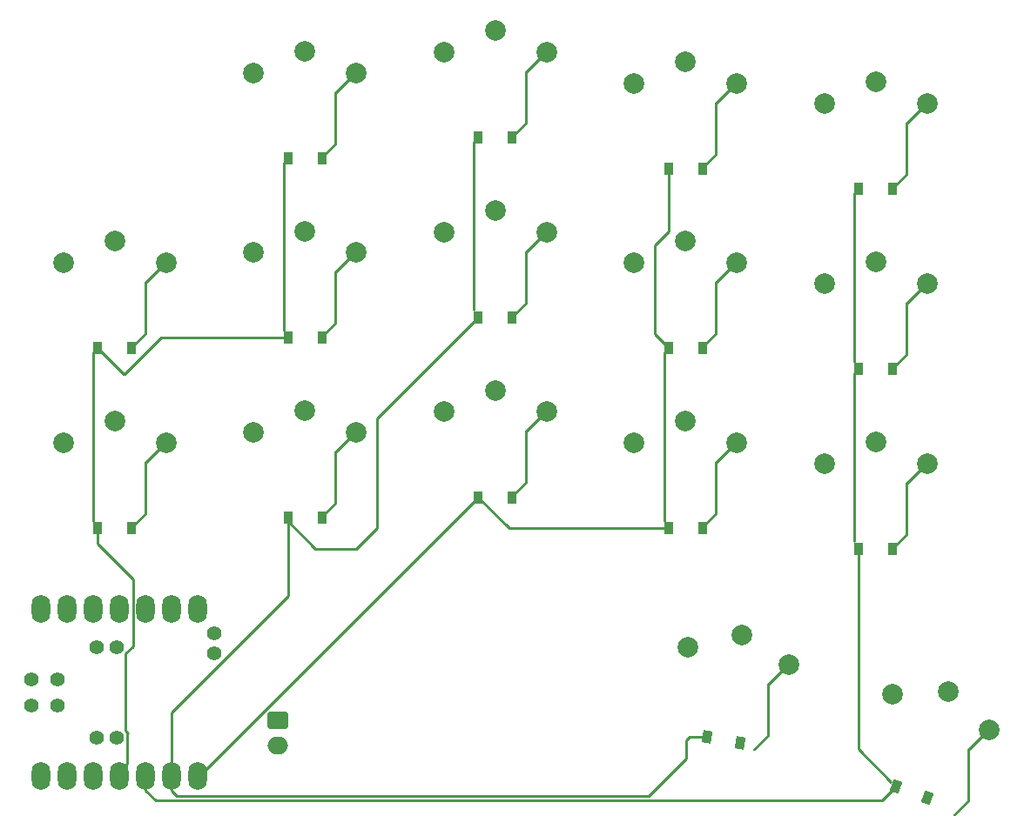
<source format=gbr>
%TF.GenerationSoftware,KiCad,Pcbnew,(6.0.7-1)-1*%
%TF.CreationDate,2022-10-31T22:34:26+08:00*%
%TF.ProjectId,kamao,6b616d61-6f2e-46b6-9963-61645f706362,rev?*%
%TF.SameCoordinates,Original*%
%TF.FileFunction,Copper,L1,Top*%
%TF.FilePolarity,Positive*%
%FSLAX46Y46*%
G04 Gerber Fmt 4.6, Leading zero omitted, Abs format (unit mm)*
G04 Created by KiCad (PCBNEW (6.0.7-1)-1) date 2022-10-31 22:34:26*
%MOMM*%
%LPD*%
G01*
G04 APERTURE LIST*
G04 Aperture macros list*
%AMRoundRect*
0 Rectangle with rounded corners*
0 $1 Rounding radius*
0 $2 $3 $4 $5 $6 $7 $8 $9 X,Y pos of 4 corners*
0 Add a 4 corners polygon primitive as box body*
4,1,4,$2,$3,$4,$5,$6,$7,$8,$9,$2,$3,0*
0 Add four circle primitives for the rounded corners*
1,1,$1+$1,$2,$3*
1,1,$1+$1,$4,$5*
1,1,$1+$1,$6,$7*
1,1,$1+$1,$8,$9*
0 Add four rect primitives between the rounded corners*
20,1,$1+$1,$2,$3,$4,$5,0*
20,1,$1+$1,$4,$5,$6,$7,0*
20,1,$1+$1,$6,$7,$8,$9,0*
20,1,$1+$1,$8,$9,$2,$3,0*%
%AMRotRect*
0 Rectangle, with rotation*
0 The origin of the aperture is its center*
0 $1 length*
0 $2 width*
0 $3 Rotation angle, in degrees counterclockwise*
0 Add horizontal line*
21,1,$1,$2,0,0,$3*%
%AMFreePoly0*
4,1,50,0.004851,0.125700,0.009301,0.126658,0.029410,0.119120,0.057435,0.111610,0.063500,0.109985,0.069329,0.104156,0.076254,0.101560,0.089017,0.084468,0.109985,0.063500,0.112957,0.052407,0.119035,0.044268,0.120434,0.024505,0.127000,0.000000,0.123179,-0.014260,0.124085,-0.027055,0.115579,-0.042624,0.109985,-0.063500,0.097173,-0.076312,0.089802,-0.089803,-1.873000,-2.052606,
-1.873000,-6.950000,-1.876246,-6.972385,-1.875915,-6.977055,-1.877287,-6.979566,-1.878230,-6.986070,-1.895197,-7.012347,-1.910198,-7.039803,-3.260197,-8.389803,-3.289401,-8.411610,-3.359301,-8.426658,-3.426254,-8.401560,-3.469035,-8.344268,-3.474085,-8.272945,-3.439803,-8.210197,-2.127000,-6.897395,-2.127000,-2.000000,-2.123754,-1.977615,-2.124085,-1.972945,-2.122713,-1.970434,-2.121770,-1.963930,
-2.104806,-1.937658,-2.089803,-1.910197,-0.089803,0.089802,-0.065637,0.107848,-0.063500,0.109985,-0.062369,0.110288,-0.060599,0.111610,-0.044515,0.115072,0.000000,0.127000,0.004851,0.125700,0.004851,0.125700,$1*%
G04 Aperture macros list end*
%TA.AperFunction,ComponentPad*%
%ADD10O,1.800000X2.750000*%
%TD*%
%TA.AperFunction,ComponentPad*%
%ADD11C,1.397000*%
%TD*%
%TA.AperFunction,ComponentPad*%
%ADD12C,2.000000*%
%TD*%
%TA.AperFunction,ComponentPad*%
%ADD13R,0.900000X1.200000*%
%TD*%
%TA.AperFunction,SMDPad,CuDef*%
%ADD14FreePoly0,0.000000*%
%TD*%
%TA.AperFunction,ComponentPad*%
%ADD15RoundRect,0.250000X-0.750000X0.600000X-0.750000X-0.600000X0.750000X-0.600000X0.750000X0.600000X0*%
%TD*%
%TA.AperFunction,ComponentPad*%
%ADD16O,2.000000X1.700000*%
%TD*%
%TA.AperFunction,ComponentPad*%
%ADD17RotRect,0.900000X1.200000X340.000000*%
%TD*%
%TA.AperFunction,SMDPad,CuDef*%
%ADD18FreePoly0,340.000000*%
%TD*%
%TA.AperFunction,ComponentPad*%
%ADD19RotRect,0.900000X1.200000X350.000000*%
%TD*%
%TA.AperFunction,SMDPad,CuDef*%
%ADD20FreePoly0,350.000000*%
%TD*%
%TA.AperFunction,Conductor*%
%ADD21C,0.250000*%
%TD*%
G04 APERTURE END LIST*
D10*
%TO.P,U1,1,A2/0.02_H*%
%TO.N,unconnected-(U1-Pad1)*%
X-8620000Y387905000D03*
%TO.P,U1,2,A4/0.03_H*%
%TO.N,unconnected-(U1-Pad2)*%
X-6080000Y387905000D03*
%TO.P,U1,3,A10/0.28*%
%TO.N,unconnected-(U1-Pad3)*%
X-3540000Y387905000D03*
%TO.P,U1,4,A11/0.29*%
%TO.N,/Col1*%
X-1000000Y387905000D03*
%TO.P,U1,5,A8_SDA/0.04_H*%
%TO.N,/Col2*%
X1540000Y387905000D03*
%TO.P,U1,6,A9_SCL/0.05_H*%
%TO.N,/Col3*%
X4080000Y387905000D03*
%TO.P,U1,7,B8_TX/1.11*%
%TO.N,/Col4*%
X6620000Y387905000D03*
%TO.P,U1,8,B9_RX/1.12*%
%TO.N,/Row4*%
X6620000Y404095000D03*
%TO.P,U1,9,A7_SCK/1.13*%
%TO.N,/Row3*%
X4080000Y404095000D03*
%TO.P,U1,10,A5_MISO/1.14*%
%TO.N,/Row2*%
X1540000Y404095000D03*
%TO.P,U1,11,A6_MOSI/1.15*%
%TO.N,/Row1*%
X-1000000Y404095000D03*
%TO.P,U1,12,3V3*%
%TO.N,unconnected-(U1-Pad12)*%
X-3540000Y404095000D03*
%TO.P,U1,13,GND*%
%TO.N,unconnected-(U1-Pad13)*%
X-6080000Y404095000D03*
%TO.P,U1,14,5V*%
%TO.N,unconnected-(U1-Pad14)*%
X-8620000Y404095000D03*
D11*
%TO.P,U1,15,A31_SWDIO*%
%TO.N,unconnected-(U1-Pad15)*%
X-9572000Y394730000D03*
%TO.P,U1,16,A30_SWCLK*%
%TO.N,unconnected-(U1-Pad16)*%
X-9572000Y397270000D03*
%TO.P,U1,17,RESET*%
%TO.N,unconnected-(U1-Pad17)*%
X-7032000Y394730000D03*
%TO.P,U1,18,GND*%
%TO.N,unconnected-(U1-Pad18)*%
X-7032000Y397270000D03*
%TO.P,U1,19,BAT*%
%TO.N,Net-(BT1-Pad1)*%
X-1300000Y400400000D03*
X-1317000Y391555000D03*
%TO.P,U1,20,GND*%
%TO.N,Net-(BT1-Pad2)*%
X-3222000Y391555000D03*
X-3205000Y400400000D03*
%TO.P,U1,21,NFC1/0.09_H*%
%TO.N,unconnected-(U1-Pad21)*%
X8208000Y399810000D03*
%TO.P,U1,22,NFC2/0.10_H*%
%TO.N,unconnected-(U1-Pad22)*%
X8208000Y401715000D03*
%TD*%
D12*
%TO.P,K2,1*%
%TO.N,/Row2*%
X-1500000Y439900000D03*
D13*
%TO.P,K2,2*%
%TO.N,/Col1*%
X-3150000Y429500000D03*
D12*
%TO.P,K2,3*%
%TO.N,N/C*%
X3500000Y437800000D03*
X-6500000Y437800000D03*
D14*
X3500000Y437800000D03*
D13*
X150000Y429500000D03*
%TD*%
D12*
%TO.P,K8,1*%
%TO.N,/Row4*%
X72500000Y420400000D03*
D13*
%TO.P,K8,2*%
%TO.N,/Col2*%
X70850000Y410000000D03*
%TO.P,K8,3*%
%TO.N,N/C*%
X74150000Y410000000D03*
D12*
X67500000Y418300000D03*
X77500000Y418300000D03*
D14*
X77500000Y418300000D03*
%TD*%
D12*
%TO.P,K4,1*%
%TO.N,/Row4*%
X17000000Y440900000D03*
D13*
%TO.P,K4,2*%
%TO.N,/Col1*%
X15350000Y430500000D03*
D12*
%TO.P,K4,3*%
%TO.N,N/C*%
X22000000Y438800000D03*
D14*
X22000000Y438800000D03*
D13*
X18650000Y430500000D03*
D12*
X12000000Y438800000D03*
%TD*%
D15*
%TO.P,BT1,1,+*%
%TO.N,Net-(BT1-Pad1)*%
X14400000Y393300000D03*
D16*
%TO.P,BT1,2,-*%
%TO.N,Net-(BT1-Pad2)*%
X14400000Y390800000D03*
%TD*%
D12*
%TO.P,K6,1*%
%TO.N,/Row2*%
X72500000Y437900000D03*
D13*
%TO.P,K6,2*%
%TO.N,/Col2*%
X70850000Y427500000D03*
%TO.P,K6,3*%
%TO.N,N/C*%
X74150000Y427500000D03*
D12*
X77500000Y435800000D03*
D14*
X77500000Y435800000D03*
D12*
X67500000Y435800000D03*
%TD*%
%TO.P,K3,1*%
%TO.N,/Row3*%
X-1500000Y422400000D03*
D13*
%TO.P,K3,2*%
%TO.N,/Col1*%
X-3150000Y412000000D03*
D14*
%TO.P,K3,3*%
%TO.N,N/C*%
X3500000Y420300000D03*
D12*
X3500000Y420300000D03*
D13*
X150000Y412000000D03*
D12*
X-6500000Y420300000D03*
%TD*%
%TO.P,K12,1*%
%TO.N,/Row4*%
X17000000Y423400000D03*
D13*
%TO.P,K12,2*%
%TO.N,/Col3*%
X15350000Y413000000D03*
D12*
%TO.P,K12,3*%
%TO.N,N/C*%
X22000000Y421300000D03*
D13*
X18650000Y413000000D03*
D12*
X12000000Y421300000D03*
D14*
X22000000Y421300000D03*
%TD*%
D12*
%TO.P,K7,1*%
%TO.N,/Row3*%
X79557009Y396072803D03*
D17*
%TO.P,K7,2*%
%TO.N,/Col2*%
X74449507Y386864333D03*
D12*
%TO.P,K7,3*%
%TO.N,N/C*%
X74140304Y395809549D03*
D17*
X77550493Y385735667D03*
D12*
X83537230Y392389348D03*
D18*
X83537230Y392389348D03*
%TD*%
D12*
%TO.P,K15,1*%
%TO.N,/Row3*%
X35500000Y425400000D03*
D13*
%TO.P,K15,2*%
%TO.N,/Col4*%
X33850000Y415000000D03*
D14*
%TO.P,K15,3*%
%TO.N,N/C*%
X40500000Y423300000D03*
D12*
X30500000Y423300000D03*
D13*
X37150000Y415000000D03*
D12*
X40500000Y423300000D03*
%TD*%
%TO.P,K16,1*%
%TO.N,/Row4*%
X54000000Y422400000D03*
D13*
%TO.P,K16,2*%
%TO.N,/Col4*%
X52350000Y412000000D03*
D12*
%TO.P,K16,3*%
%TO.N,N/C*%
X59000000Y420300000D03*
D13*
X55650000Y412000000D03*
D14*
X59000000Y420300000D03*
D12*
X49000000Y420300000D03*
%TD*%
%TO.P,K9,1*%
%TO.N,/Row1*%
X35500000Y460400000D03*
D13*
%TO.P,K9,2*%
%TO.N,/Col3*%
X33850000Y450000000D03*
D12*
%TO.P,K9,3*%
%TO.N,N/C*%
X30500000Y458300000D03*
D14*
X40500000Y458300000D03*
D13*
X37150000Y450000000D03*
D12*
X40500000Y458300000D03*
%TD*%
%TO.P,K14,1*%
%TO.N,/Row2*%
X54000000Y439900000D03*
D13*
%TO.P,K14,2*%
%TO.N,/Col4*%
X52350000Y429500000D03*
D14*
%TO.P,K14,3*%
%TO.N,N/C*%
X59000000Y437800000D03*
D12*
X49000000Y437800000D03*
X59000000Y437800000D03*
D13*
X55650000Y429500000D03*
%TD*%
D12*
%TO.P,K11,1*%
%TO.N,/Row3*%
X59524525Y401610366D03*
D19*
%TO.P,K11,2*%
%TO.N,/Col3*%
X56093651Y391654884D03*
D12*
%TO.P,K11,3*%
%TO.N,N/C*%
X64083903Y398674028D03*
D19*
X59343517Y391081846D03*
D12*
X54235825Y400410510D03*
D20*
X64083903Y398674028D03*
%TD*%
D12*
%TO.P,K10,1*%
%TO.N,/Row2*%
X35500000Y442900000D03*
D13*
%TO.P,K10,2*%
%TO.N,/Col3*%
X33850000Y432500000D03*
D14*
%TO.P,K10,3*%
%TO.N,N/C*%
X40500000Y440800000D03*
D12*
X40500000Y440800000D03*
X30500000Y440800000D03*
D13*
X37150000Y432500000D03*
%TD*%
D12*
%TO.P,K5,1*%
%TO.N,/Row1*%
X72500000Y455400000D03*
D13*
%TO.P,K5,2*%
%TO.N,/Col2*%
X70850000Y445000000D03*
%TO.P,K5,3*%
%TO.N,N/C*%
X74150000Y445000000D03*
D14*
X77500000Y453300000D03*
D12*
X77500000Y453300000D03*
X67500000Y453300000D03*
%TD*%
%TO.P,K13,1*%
%TO.N,/Row1*%
X54000000Y457400000D03*
D13*
%TO.P,K13,2*%
%TO.N,/Col4*%
X52350000Y447000000D03*
D12*
%TO.P,K13,3*%
%TO.N,N/C*%
X59000000Y455300000D03*
X49000000Y455300000D03*
D14*
X59000000Y455300000D03*
D13*
X55650000Y447000000D03*
%TD*%
D12*
%TO.P,K1,1*%
%TO.N,/Row1*%
X17000000Y458400000D03*
D13*
%TO.P,K1,2*%
%TO.N,/Col1*%
X15350000Y448000000D03*
D12*
%TO.P,K1,3*%
%TO.N,N/C*%
X22000000Y456300000D03*
D13*
X18650000Y448000000D03*
D12*
X12000000Y456300000D03*
D14*
X22000000Y456300000D03*
%TD*%
D21*
%TO.N,/Col1*%
X-293500Y389086500D02*
X-293500Y391906500D01*
X-200000Y392000000D02*
X-433278Y392233278D01*
X300000Y400500000D02*
X300000Y407000000D01*
X-293500Y391906500D02*
X-200000Y392000000D01*
X-433278Y392233278D02*
X-433278Y399766722D01*
X-433278Y399766722D02*
X300000Y400500000D01*
X300000Y407000000D02*
X-3150000Y410450000D01*
X-3150000Y410450000D02*
X-3150000Y412000000D01*
X15350000Y430500000D02*
X3000000Y430500000D01*
X-3150000Y429500000D02*
X-3575001Y429074999D01*
X-293500Y389086500D02*
X-1000000Y388380000D01*
X-3575001Y429074999D02*
X-3575001Y412706013D01*
X-500000Y427000000D02*
X-650000Y427000000D01*
X-293500Y391993500D02*
X-293500Y389086500D01*
X-650000Y427000000D02*
X-3150000Y429500000D01*
X15350000Y448000000D02*
X14924999Y447574999D01*
X3000000Y430500000D02*
X-500000Y427000000D01*
X14924999Y447574999D02*
X14924999Y431206013D01*
%TO.N,/Col2*%
X70850000Y445000000D02*
X70424999Y444574999D01*
X70424999Y427074999D02*
X70424999Y410706013D01*
X1540000Y386460000D02*
X2500000Y385500000D01*
X1540000Y388380000D02*
X1540000Y386460000D01*
X70850000Y410000000D02*
X70850000Y390463840D01*
X70850000Y390463840D02*
X74013840Y387300000D01*
X73085174Y385500000D02*
X74449507Y386864333D01*
X2500000Y385500000D02*
X73085174Y385500000D01*
X70850000Y427500000D02*
X70424999Y427074999D01*
X70424999Y444574999D02*
X70424999Y428206013D01*
%TO.N,/Col3*%
X4550000Y385950000D02*
X4080000Y386420000D01*
X50450000Y385950000D02*
X4550000Y385950000D01*
X54393651Y391654884D02*
X56093651Y391654884D01*
X22000000Y410000000D02*
X18000000Y410000000D01*
X15350000Y413000000D02*
X15350000Y405350000D01*
X4080000Y386420000D02*
X4080000Y388380000D01*
X4080000Y394080000D02*
X4080000Y388380000D01*
X54093651Y389593651D02*
X50450000Y385950000D01*
X24000000Y422650000D02*
X24000000Y412000000D01*
X33850000Y450000000D02*
X33424999Y449574999D01*
X54093651Y391354884D02*
X54093651Y389593651D01*
X18000000Y410000000D02*
X15350000Y412650000D01*
X15350000Y412650000D02*
X15350000Y413000000D01*
X33424999Y449574999D02*
X33424999Y433206013D01*
X15350000Y405350000D02*
X4080000Y394080000D01*
X33850000Y432500000D02*
X24000000Y422650000D01*
X54093651Y391354884D02*
X54393651Y391654884D01*
X24000000Y412000000D02*
X22000000Y410000000D01*
%TO.N,/Col4*%
X7230000Y388380000D02*
X33850000Y415000000D01*
X52350000Y440850000D02*
X51000000Y439500000D01*
X6620000Y388380000D02*
X7230000Y388380000D01*
X33850000Y415000000D02*
X36850000Y412000000D01*
X52350000Y429500000D02*
X51924999Y429074999D01*
X36850000Y412000000D02*
X52350000Y412000000D01*
X51000000Y439500000D02*
X51000000Y430850000D01*
X51924999Y429074999D02*
X51924999Y412706013D01*
X52350000Y447000000D02*
X52350000Y440850000D01*
X51000000Y430850000D02*
X52350000Y429500000D01*
%TD*%
M02*

</source>
